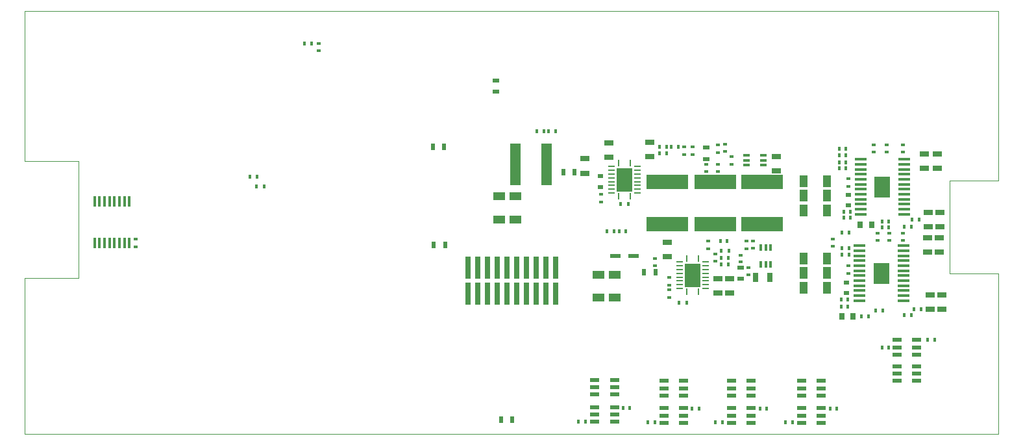
<source format=gtp>
G04*
G04 #@! TF.GenerationSoftware,Altium Limited,Altium Designer,19.1.5 (86)*
G04*
G04 Layer_Color=8421504*
%FSLAX44Y44*%
%MOMM*%
G71*
G01*
G75*
%ADD17C,0.1000*%
%ADD18R,0.7400X2.9200*%
%ADD19R,0.4000X0.6000*%
%ADD20R,1.3000X0.8000*%
%ADD21R,1.3716X0.5080*%
%ADD22R,0.3500X1.4000*%
%ADD23R,0.6000X0.4000*%
%ADD24R,0.6000X0.4500*%
%ADD25R,0.4500X0.6000*%
%ADD26R,1.2700X0.5588*%
%ADD27R,0.9000X0.2600*%
%ADD28R,0.2600X0.9000*%
%ADD29R,2.0700X3.0700*%
%ADD30R,0.8000X0.6000*%
%ADD31R,1.0000X1.6000*%
%ADD32R,1.3000X0.7000*%
%ADD33R,0.7000X0.9000*%
%ADD34R,2.0250X2.6800*%
%ADD35R,1.5700X0.4100*%
%ADD36R,0.7000X1.3000*%
%ADD37R,0.5000X0.9000*%
%ADD38R,0.9000X0.5000*%
%ADD39R,0.3500X0.8500*%
%ADD40R,5.4100X1.8800*%
%ADD41R,1.4224X5.4102*%
%ADD42R,1.6000X1.0000*%
%ADD43R,0.8500X0.3500*%
G36*
X1685477Y560730D02*
X1678660D01*
Y570753D01*
X1685477D01*
Y560730D01*
D02*
G37*
G36*
X1676457D02*
X1669660D01*
Y570765D01*
X1676457D01*
Y560730D01*
D02*
G37*
G36*
X1346290Y558987D02*
X1334397D01*
Y576630D01*
X1346290D01*
Y558987D01*
D02*
G37*
G36*
X1685470Y548530D02*
X1678660D01*
Y558529D01*
X1685470D01*
Y548530D01*
D02*
G37*
G36*
X1676456D02*
X1669660D01*
Y558526D01*
X1676456D01*
Y548530D01*
D02*
G37*
G36*
X1684317Y448140D02*
X1677500D01*
Y458163D01*
X1684317D01*
Y448140D01*
D02*
G37*
G36*
X1675297D02*
X1668500D01*
Y458175D01*
X1675297D01*
Y448140D01*
D02*
G37*
G36*
X1684310Y435940D02*
X1677500D01*
Y445939D01*
X1684310D01*
Y435940D01*
D02*
G37*
G36*
X1675296D02*
X1668500D01*
Y445936D01*
X1675296D01*
Y435940D01*
D02*
G37*
G36*
X1435190Y434526D02*
X1423297D01*
Y452170D01*
X1435190D01*
Y434526D01*
D02*
G37*
D17*
X558800Y440690D02*
X628650D01*
X558800Y593090D02*
Y788670D01*
Y237490D02*
Y440690D01*
X628650D02*
Y593090D01*
X558800D02*
X628650D01*
X1828800Y567690D02*
Y650875D01*
Y375285D02*
Y447040D01*
X1765300D02*
X1828800D01*
X1765300D02*
Y567690D01*
X1828800D01*
Y650875D02*
Y788670D01*
Y237490D02*
Y375285D01*
X558800Y237490D02*
X1828800D01*
X558800Y788670D02*
X1828800D01*
D18*
X1136650Y454640D02*
D03*
Y420340D02*
D03*
X1149350Y454640D02*
D03*
Y420340D02*
D03*
X1162050Y454640D02*
D03*
Y420340D02*
D03*
X1174750Y454640D02*
D03*
Y420340D02*
D03*
X1187450Y454640D02*
D03*
Y420340D02*
D03*
X1200150Y454640D02*
D03*
Y420340D02*
D03*
X1212850Y454640D02*
D03*
Y420340D02*
D03*
X1225550Y454640D02*
D03*
Y420340D02*
D03*
X1238250Y454640D02*
D03*
Y420340D02*
D03*
X1250950Y454640D02*
D03*
Y420340D02*
D03*
D19*
X1475160Y488950D02*
D03*
X1466160D02*
D03*
X1401970Y612140D02*
D03*
X1410970D02*
D03*
X1327260Y501650D02*
D03*
X1318260D02*
D03*
X1467430Y467360D02*
D03*
X1476430D02*
D03*
X1241950Y632460D02*
D03*
X1250950D02*
D03*
X1334080Y501650D02*
D03*
X1343080D02*
D03*
X932870Y746760D02*
D03*
X923870D02*
D03*
X1281320Y254000D02*
D03*
X1290320D02*
D03*
X1371600Y252730D02*
D03*
X1380600D02*
D03*
X1459810D02*
D03*
X1468810D02*
D03*
X1551250D02*
D03*
X1560250D02*
D03*
X1745670Y360680D02*
D03*
X1736670D02*
D03*
X1348160Y271780D02*
D03*
X1339160D02*
D03*
X1438440Y270510D02*
D03*
X1429440D02*
D03*
X1526650D02*
D03*
X1517650D02*
D03*
X1618090D02*
D03*
X1609090D02*
D03*
X1676980Y350520D02*
D03*
X1685980D02*
D03*
X1650310Y391160D02*
D03*
X1659310D02*
D03*
X1676980Y506730D02*
D03*
X1685980D02*
D03*
X1677670Y398780D02*
D03*
X1668670D02*
D03*
X1685980Y514350D02*
D03*
X1676980D02*
D03*
X1718890Y400050D02*
D03*
X1727890D02*
D03*
X1716350Y516890D02*
D03*
X1725350D02*
D03*
X1633910Y500380D02*
D03*
X1624910D02*
D03*
X1630100Y609600D02*
D03*
X1621100D02*
D03*
X1706190Y392430D02*
D03*
X1715190D02*
D03*
X1706190Y508000D02*
D03*
X1715190D02*
D03*
X1633910Y480060D02*
D03*
X1624910D02*
D03*
X1630100Y600710D02*
D03*
X1621100D02*
D03*
X1624910Y471170D02*
D03*
X1633910D02*
D03*
X1621100Y591820D02*
D03*
X1630100D02*
D03*
X1632640Y412750D02*
D03*
X1623640D02*
D03*
X1635910Y527050D02*
D03*
X1626910D02*
D03*
X1623640Y403860D02*
D03*
X1632640D02*
D03*
X1626910Y519430D02*
D03*
X1635910D02*
D03*
X1621100Y584200D02*
D03*
X1630100D02*
D03*
X1467430Y458470D02*
D03*
X1476430D02*
D03*
X1226710Y632460D02*
D03*
X1235710D02*
D03*
X1386730Y603250D02*
D03*
X1395730D02*
D03*
X1386730Y612140D02*
D03*
X1395730D02*
D03*
D20*
X1397000Y468630D02*
D03*
Y487630D02*
D03*
X1463040Y440030D02*
D03*
Y421030D02*
D03*
X1320800Y617220D02*
D03*
Y598220D02*
D03*
X1478280Y421030D02*
D03*
Y440030D02*
D03*
D21*
X1329182Y469900D02*
D03*
X1353058D02*
D03*
D22*
X695290Y540410D02*
D03*
X688790D02*
D03*
X682290D02*
D03*
X675790D02*
D03*
X669290D02*
D03*
X662790D02*
D03*
X656290D02*
D03*
X649790D02*
D03*
X695290Y486410D02*
D03*
X688790D02*
D03*
X682290D02*
D03*
X675790D02*
D03*
X669290D02*
D03*
X662790D02*
D03*
X656290D02*
D03*
X649790D02*
D03*
D23*
X1508960Y480056D02*
D03*
Y489056D02*
D03*
X1492250Y461590D02*
D03*
Y470590D02*
D03*
X1502410Y445080D02*
D03*
Y454080D02*
D03*
X1459230Y462860D02*
D03*
Y471860D02*
D03*
X942340Y737180D02*
D03*
Y746180D02*
D03*
X1704340Y490220D02*
D03*
Y499220D02*
D03*
Y605100D02*
D03*
Y614100D02*
D03*
X1686560Y490220D02*
D03*
Y499220D02*
D03*
X1682750Y605100D02*
D03*
Y614100D02*
D03*
X1671320Y490220D02*
D03*
Y499220D02*
D03*
X1666240Y605100D02*
D03*
Y614100D02*
D03*
X1612900Y491600D02*
D03*
Y482600D02*
D03*
X1380490Y457090D02*
D03*
Y466090D02*
D03*
X1471930Y605790D02*
D03*
Y614790D02*
D03*
X1463040Y579700D02*
D03*
Y588700D02*
D03*
X1447800Y579700D02*
D03*
Y588700D02*
D03*
D24*
X1499870Y488870D02*
D03*
Y478870D02*
D03*
X1450340Y478950D02*
D03*
Y488950D02*
D03*
X703580Y491410D02*
D03*
Y481410D02*
D03*
X1480820Y599360D02*
D03*
Y589360D02*
D03*
X1633220Y457120D02*
D03*
Y447120D02*
D03*
Y570150D02*
D03*
Y560150D02*
D03*
X1399540Y415370D02*
D03*
Y425370D02*
D03*
Y431880D02*
D03*
Y441880D02*
D03*
X1463040Y614600D02*
D03*
Y604600D02*
D03*
X1418590Y612060D02*
D03*
Y602060D02*
D03*
X1430020Y612060D02*
D03*
Y602060D02*
D03*
X1310640Y539830D02*
D03*
Y549830D02*
D03*
D25*
X1466930Y476250D02*
D03*
X1476930D02*
D03*
X1412320Y408940D02*
D03*
X1422320D02*
D03*
X1346120Y537210D02*
D03*
X1336120D02*
D03*
X871140Y560070D02*
D03*
X861140D02*
D03*
X852170Y572770D02*
D03*
X862170D02*
D03*
D26*
X1506474Y271018D02*
D03*
Y261620D02*
D03*
Y252222D02*
D03*
X1480566D02*
D03*
Y261620D02*
D03*
Y271018D02*
D03*
X1327984Y272288D02*
D03*
Y262890D02*
D03*
Y253492D02*
D03*
X1302076D02*
D03*
Y262890D02*
D03*
Y272288D02*
D03*
X1696466Y341122D02*
D03*
Y350520D02*
D03*
Y359918D02*
D03*
X1722374D02*
D03*
Y350520D02*
D03*
Y341122D02*
D03*
X1418264Y271018D02*
D03*
Y261620D02*
D03*
Y252222D02*
D03*
X1392356D02*
D03*
Y261620D02*
D03*
Y271018D02*
D03*
X1597914D02*
D03*
Y261620D02*
D03*
Y252222D02*
D03*
X1572006D02*
D03*
Y261620D02*
D03*
Y271018D02*
D03*
X1506474Y306578D02*
D03*
Y297180D02*
D03*
Y287782D02*
D03*
X1480566D02*
D03*
Y297180D02*
D03*
Y306578D02*
D03*
X1327984Y307848D02*
D03*
Y298450D02*
D03*
Y289052D02*
D03*
X1302076D02*
D03*
Y298450D02*
D03*
Y307848D02*
D03*
X1597914Y306578D02*
D03*
Y297180D02*
D03*
Y287782D02*
D03*
X1572006D02*
D03*
Y297180D02*
D03*
Y306578D02*
D03*
X1696466Y306832D02*
D03*
Y316230D02*
D03*
Y325628D02*
D03*
X1722374D02*
D03*
Y316230D02*
D03*
Y306832D02*
D03*
X1418264Y306578D02*
D03*
Y297180D02*
D03*
Y287782D02*
D03*
X1392356D02*
D03*
Y297180D02*
D03*
Y306578D02*
D03*
D27*
X1324270Y551460D02*
D03*
X1357970Y586460D02*
D03*
X1324270D02*
D03*
Y581460D02*
D03*
Y576460D02*
D03*
Y571460D02*
D03*
Y566460D02*
D03*
Y561460D02*
D03*
Y556460D02*
D03*
X1357970Y551460D02*
D03*
Y556460D02*
D03*
Y561460D02*
D03*
Y566460D02*
D03*
Y571460D02*
D03*
Y576460D02*
D03*
Y581460D02*
D03*
X1413170Y427000D02*
D03*
X1446870Y462000D02*
D03*
X1413170D02*
D03*
Y457000D02*
D03*
Y452000D02*
D03*
Y447000D02*
D03*
Y442000D02*
D03*
Y437000D02*
D03*
Y432000D02*
D03*
X1446870Y427000D02*
D03*
Y432000D02*
D03*
Y437000D02*
D03*
Y442000D02*
D03*
Y447000D02*
D03*
Y452000D02*
D03*
Y457000D02*
D03*
D28*
X1333620Y547110D02*
D03*
X1348620Y590810D02*
D03*
X1333620D02*
D03*
X1348620Y547110D02*
D03*
X1422520Y422650D02*
D03*
X1437520Y466350D02*
D03*
X1422520D02*
D03*
X1437520Y422650D02*
D03*
D29*
X1341120Y568960D02*
D03*
X1430020Y444500D02*
D03*
D30*
X1630680Y420990D02*
D03*
Y434990D02*
D03*
X1633220Y535290D02*
D03*
Y549290D02*
D03*
X1309370Y559420D02*
D03*
Y573420D02*
D03*
D31*
X1574800Y428400D02*
D03*
X1604800D02*
D03*
X1574800Y447450D02*
D03*
X1604800D02*
D03*
X1574800Y466090D02*
D03*
X1604800D02*
D03*
X1574800Y529150D02*
D03*
X1604800D02*
D03*
X1574800Y548200D02*
D03*
X1604800D02*
D03*
X1574800Y567250D02*
D03*
X1604800D02*
D03*
D32*
X1739900Y400050D02*
D03*
Y419050D02*
D03*
X1755140Y400050D02*
D03*
Y419050D02*
D03*
X1751330Y493370D02*
D03*
Y474370D02*
D03*
X1736090Y493370D02*
D03*
Y474370D02*
D03*
X1752600Y507390D02*
D03*
Y526390D02*
D03*
X1737360Y507390D02*
D03*
Y526390D02*
D03*
X1732539Y602590D02*
D03*
Y583590D02*
D03*
X1748790Y602590D02*
D03*
Y583590D02*
D03*
X1539240Y599440D02*
D03*
Y580440D02*
D03*
X1374140Y617830D02*
D03*
Y598830D02*
D03*
X1289050Y596240D02*
D03*
Y577240D02*
D03*
D33*
X1639450Y391160D02*
D03*
X1624450D02*
D03*
X1663580Y510540D02*
D03*
X1648580D02*
D03*
D34*
X1676400Y447040D02*
D03*
X1677560Y559630D02*
D03*
D35*
X1647700Y411290D02*
D03*
Y417790D02*
D03*
Y424290D02*
D03*
Y430790D02*
D03*
Y437290D02*
D03*
Y443790D02*
D03*
Y450290D02*
D03*
Y456790D02*
D03*
Y463290D02*
D03*
Y469790D02*
D03*
Y476290D02*
D03*
Y482790D02*
D03*
X1705100D02*
D03*
Y476290D02*
D03*
Y469790D02*
D03*
Y463290D02*
D03*
Y456790D02*
D03*
Y450290D02*
D03*
Y443790D02*
D03*
Y437290D02*
D03*
Y430790D02*
D03*
Y424290D02*
D03*
Y417790D02*
D03*
Y411290D02*
D03*
X1648860Y523880D02*
D03*
Y530380D02*
D03*
Y536880D02*
D03*
Y543380D02*
D03*
Y549880D02*
D03*
Y556380D02*
D03*
Y562880D02*
D03*
Y569380D02*
D03*
Y575880D02*
D03*
Y582380D02*
D03*
Y588880D02*
D03*
Y595380D02*
D03*
X1706260D02*
D03*
Y588880D02*
D03*
Y582380D02*
D03*
Y575880D02*
D03*
Y569380D02*
D03*
Y562880D02*
D03*
Y556380D02*
D03*
Y549880D02*
D03*
Y543380D02*
D03*
Y536880D02*
D03*
Y530380D02*
D03*
Y523880D02*
D03*
D36*
X1511960Y441960D02*
D03*
X1530960D02*
D03*
D37*
X1179950Y256540D02*
D03*
X1194950D02*
D03*
X1091050Y612140D02*
D03*
X1106050D02*
D03*
X1092320Y483870D02*
D03*
X1107320D02*
D03*
X1381640Y448310D02*
D03*
X1366640D02*
D03*
X1261230Y579120D02*
D03*
X1276230D02*
D03*
D38*
X1492250Y454540D02*
D03*
Y439540D02*
D03*
X1447800Y610750D02*
D03*
Y595750D02*
D03*
X1173480Y683380D02*
D03*
Y698380D02*
D03*
D39*
X1531770Y480900D02*
D03*
X1525270D02*
D03*
X1518770D02*
D03*
Y458900D02*
D03*
X1525270D02*
D03*
X1531770D02*
D03*
D40*
X1520190Y565860D02*
D03*
Y511100D02*
D03*
X1459230Y565860D02*
D03*
Y511100D02*
D03*
X1397000Y565860D02*
D03*
Y511100D02*
D03*
D41*
X1199007Y589280D02*
D03*
X1239393D02*
D03*
D42*
X1198880Y517130D02*
D03*
Y547130D02*
D03*
X1177290Y517130D02*
D03*
Y547130D02*
D03*
X1328420Y415290D02*
D03*
Y445290D02*
D03*
X1306830Y415290D02*
D03*
Y445290D02*
D03*
D43*
X1499870Y600860D02*
D03*
Y594360D02*
D03*
Y587860D02*
D03*
X1521870D02*
D03*
Y594360D02*
D03*
Y600860D02*
D03*
M02*

</source>
